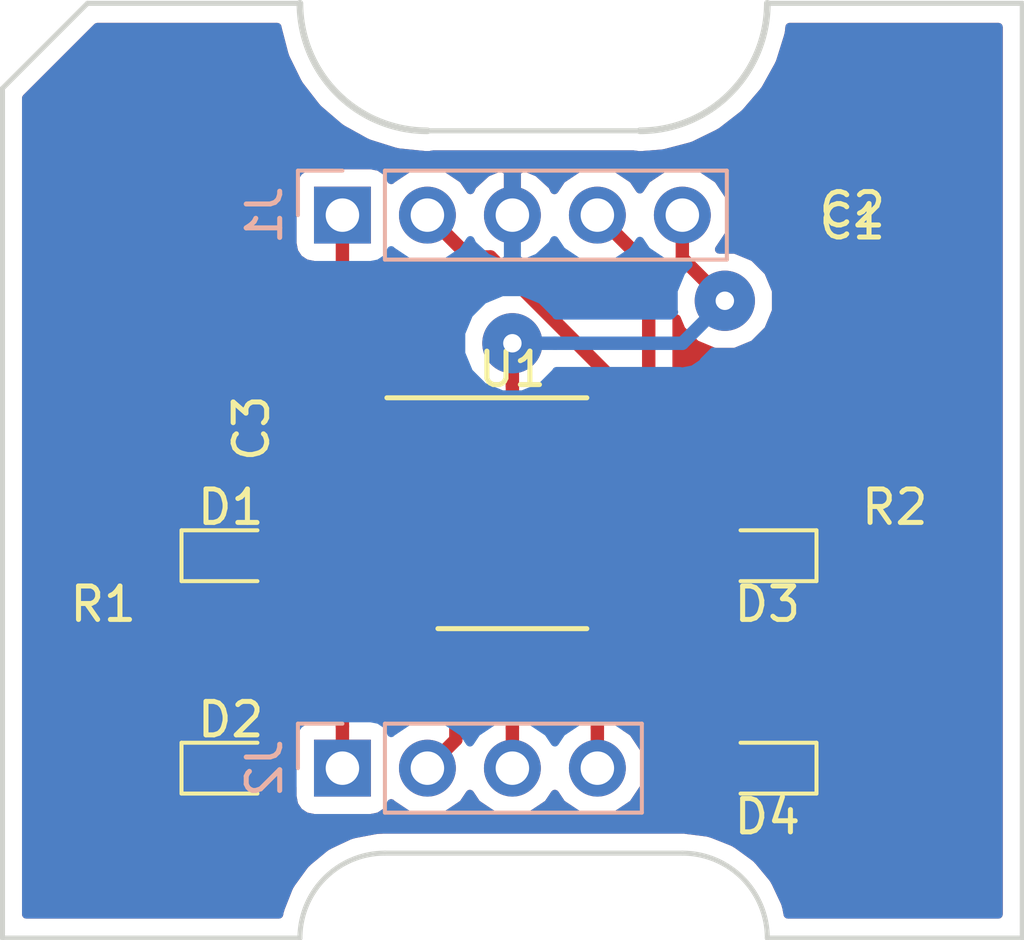
<source format=kicad_pcb>
(kicad_pcb (version 20171130) (host pcbnew "(5.0.0-rc2-dev-616-g2f5fdcf32)")

  (general
    (thickness 1.6)
    (drawings 14)
    (tracks 67)
    (zones 0)
    (modules 12)
    (nets 23)
  )

  (page A4)
  (layers
    (0 F.Cu signal)
    (31 B.Cu signal)
    (32 B.Adhes user)
    (33 F.Adhes user)
    (34 B.Paste user)
    (35 F.Paste user)
    (36 B.SilkS user)
    (37 F.SilkS user)
    (38 B.Mask user)
    (39 F.Mask user)
    (40 Dwgs.User user)
    (41 Cmts.User user)
    (42 Eco1.User user)
    (43 Eco2.User user)
    (44 Edge.Cuts user)
    (45 Margin user)
    (46 B.CrtYd user)
    (47 F.CrtYd user)
    (48 B.Fab user)
    (49 F.Fab user)
  )

  (setup
    (last_trace_width 0.4)
    (trace_clearance 0.2)
    (zone_clearance 0.508)
    (zone_45_only no)
    (trace_min 0.2)
    (segment_width 0.2)
    (edge_width 0.15)
    (via_size 1.8)
    (via_drill 0.55)
    (via_min_size 0.4)
    (via_min_drill 0.3)
    (uvia_size 0.3)
    (uvia_drill 0.1)
    (uvias_allowed no)
    (uvia_min_size 0.2)
    (uvia_min_drill 0.1)
    (pcb_text_width 0.3)
    (pcb_text_size 1.5 1.5)
    (mod_edge_width 0.15)
    (mod_text_size 1 1)
    (mod_text_width 0.15)
    (pad_size 1.524 1.524)
    (pad_drill 0.762)
    (pad_to_mask_clearance 0.2)
    (aux_axis_origin 0 0)
    (visible_elements FFFFFF7F)
    (pcbplotparams
      (layerselection 0x010fc_ffffffff)
      (usegerberextensions false)
      (usegerberattributes false)
      (usegerberadvancedattributes false)
      (creategerberjobfile false)
      (excludeedgelayer true)
      (linewidth 0.100000)
      (plotframeref false)
      (viasonmask false)
      (mode 1)
      (useauxorigin false)
      (hpglpennumber 1)
      (hpglpenspeed 20)
      (hpglpendiameter 15)
      (psnegative false)
      (psa4output false)
      (plotreference true)
      (plotvalue true)
      (plotinvisibletext false)
      (padsonsilk false)
      (subtractmaskfromsilk false)
      (outputformat 1)
      (mirror false)
      (drillshape 0)
      (scaleselection 1)
      (outputdirectory gerber/))
  )

  (net 0 "")
  (net 1 "Net-(U1-Pad1)")
  (net 2 VDD)
  (net 3 "Net-(U1-Pad3)")
  (net 4 GND)
  (net 5 "Net-(U1-Pad6)")
  (net 6 "Net-(U1-Pad17)")
  (net 7 "Net-(U1-Pad18)")
  (net 8 "Net-(C1-Pad1)")
  (net 9 "Net-(U1-Pad2)")
  (net 10 "Net-(D1-Pad1)")
  (net 11 "Net-(D1-Pad2)")
  (net 12 "Net-(D2-Pad2)")
  (net 13 "Net-(D4-Pad2)")
  (net 14 "Net-(D3-Pad2)")
  (net 15 "Net-(D3-Pad1)")
  (net 16 /nRST)
  (net 17 /SWDIO)
  (net 18 /SWCLK)
  (net 19 /Left)
  (net 20 /Down)
  (net 21 /Right)
  (net 22 /Up)

  (net_class Default "This is the default net class."
    (clearance 0.2)
    (trace_width 0.4)
    (via_dia 1.8)
    (via_drill 0.55)
    (uvia_dia 0.3)
    (uvia_drill 0.1)
    (add_net /Down)
    (add_net /Left)
    (add_net /Right)
    (add_net /SWCLK)
    (add_net /SWDIO)
    (add_net /Up)
    (add_net /nRST)
    (add_net GND)
    (add_net "Net-(C1-Pad1)")
    (add_net "Net-(D1-Pad1)")
    (add_net "Net-(D1-Pad2)")
    (add_net "Net-(D2-Pad2)")
    (add_net "Net-(D3-Pad1)")
    (add_net "Net-(D3-Pad2)")
    (add_net "Net-(D4-Pad2)")
    (add_net "Net-(U1-Pad1)")
    (add_net "Net-(U1-Pad17)")
    (add_net "Net-(U1-Pad18)")
    (add_net "Net-(U1-Pad2)")
    (add_net "Net-(U1-Pad3)")
    (add_net "Net-(U1-Pad6)")
    (add_net VDD)
  )

  (module LED_SMD:LED_0603_1608Metric_Pad0.82x1.00mm_HandSolder (layer F.Cu) (tedit 5AC5DB75) (tstamp 5AF3901E)
    (at 147.32 143.51 180)
    (descr "LED SMD 0603 (1608 Metric), square (rectangular) end terminal, IPC_7351 nominal, (Body size source: http://www.tortai-tech.com/upload/download/2011102023233369053.pdf), generated with kicad-footprint-generator")
    (tags "LED handsolder")
    (path /5AF3F488)
    (attr smd)
    (fp_text reference D3 (at 0 -1.45 180) (layer F.SilkS)
      (effects (font (size 1 1) (thickness 0.15)))
    )
    (fp_text value LED3 (at 0 1.45 180) (layer F.Fab)
      (effects (font (size 1 1) (thickness 0.15)))
    )
    (fp_line (start 0.8 -0.4) (end -0.5 -0.4) (layer F.Fab) (width 0.1))
    (fp_line (start -0.5 -0.4) (end -0.8 -0.1) (layer F.Fab) (width 0.1))
    (fp_line (start -0.8 -0.1) (end -0.8 0.4) (layer F.Fab) (width 0.1))
    (fp_line (start -0.8 0.4) (end 0.8 0.4) (layer F.Fab) (width 0.1))
    (fp_line (start 0.8 0.4) (end 0.8 -0.4) (layer F.Fab) (width 0.1))
    (fp_line (start 0.8 -0.76) (end -1.47 -0.76) (layer F.SilkS) (width 0.12))
    (fp_line (start -1.47 -0.76) (end -1.47 0.76) (layer F.SilkS) (width 0.12))
    (fp_line (start -1.47 0.76) (end 0.8 0.76) (layer F.SilkS) (width 0.12))
    (fp_line (start -1.46 0.75) (end -1.46 -0.75) (layer F.CrtYd) (width 0.05))
    (fp_line (start -1.46 -0.75) (end 1.46 -0.75) (layer F.CrtYd) (width 0.05))
    (fp_line (start 1.46 -0.75) (end 1.46 0.75) (layer F.CrtYd) (width 0.05))
    (fp_line (start 1.46 0.75) (end -1.46 0.75) (layer F.CrtYd) (width 0.05))
    (fp_text user %R (at 0 0 180) (layer F.Fab)
      (effects (font (size 0.4 0.4) (thickness 0.06)))
    )
    (pad 1 smd rect (at -0.8 0 180) (size 0.82 1) (layers F.Cu F.Paste F.Mask)
      (net 15 "Net-(D3-Pad1)"))
    (pad 2 smd rect (at 0.8 0 180) (size 0.82 1) (layers F.Cu F.Paste F.Mask)
      (net 14 "Net-(D3-Pad2)"))
    (model ${KISYS3DMOD}/LED_SMD.3dshapes/LED_0603_1608Metric.wrl
      (at (xyz 0 0 0))
      (scale (xyz 1 1 1))
      (rotate (xyz 0 0 0))
    )
  )

  (module LED_SMD:LED_0603_1608Metric_Pad0.82x1.00mm_HandSolder (layer F.Cu) (tedit 5AC5DB75) (tstamp 5AF3805C)
    (at 147.32 149.86 180)
    (descr "LED SMD 0603 (1608 Metric), square (rectangular) end terminal, IPC_7351 nominal, (Body size source: http://www.tortai-tech.com/upload/download/2011102023233369053.pdf), generated with kicad-footprint-generator")
    (tags "LED handsolder")
    (path /5AF3F537)
    (attr smd)
    (fp_text reference D4 (at 0 -1.45 180) (layer F.SilkS)
      (effects (font (size 1 1) (thickness 0.15)))
    )
    (fp_text value LED4 (at 0 1.45 180) (layer F.Fab)
      (effects (font (size 1 1) (thickness 0.15)))
    )
    (fp_text user %R (at 0 0 180) (layer F.Fab)
      (effects (font (size 0.4 0.4) (thickness 0.06)))
    )
    (fp_line (start 1.46 0.75) (end -1.46 0.75) (layer F.CrtYd) (width 0.05))
    (fp_line (start 1.46 -0.75) (end 1.46 0.75) (layer F.CrtYd) (width 0.05))
    (fp_line (start -1.46 -0.75) (end 1.46 -0.75) (layer F.CrtYd) (width 0.05))
    (fp_line (start -1.46 0.75) (end -1.46 -0.75) (layer F.CrtYd) (width 0.05))
    (fp_line (start -1.47 0.76) (end 0.8 0.76) (layer F.SilkS) (width 0.12))
    (fp_line (start -1.47 -0.76) (end -1.47 0.76) (layer F.SilkS) (width 0.12))
    (fp_line (start 0.8 -0.76) (end -1.47 -0.76) (layer F.SilkS) (width 0.12))
    (fp_line (start 0.8 0.4) (end 0.8 -0.4) (layer F.Fab) (width 0.1))
    (fp_line (start -0.8 0.4) (end 0.8 0.4) (layer F.Fab) (width 0.1))
    (fp_line (start -0.8 -0.1) (end -0.8 0.4) (layer F.Fab) (width 0.1))
    (fp_line (start -0.5 -0.4) (end -0.8 -0.1) (layer F.Fab) (width 0.1))
    (fp_line (start 0.8 -0.4) (end -0.5 -0.4) (layer F.Fab) (width 0.1))
    (pad 2 smd rect (at 0.8 0 180) (size 0.82 1) (layers F.Cu F.Paste F.Mask)
      (net 13 "Net-(D4-Pad2)"))
    (pad 1 smd rect (at -0.8 0 180) (size 0.82 1) (layers F.Cu F.Paste F.Mask)
      (net 15 "Net-(D3-Pad1)"))
    (model ${KISYS3DMOD}/LED_SMD.3dshapes/LED_0603_1608Metric.wrl
      (at (xyz 0 0 0))
      (scale (xyz 1 1 1))
      (rotate (xyz 0 0 0))
    )
  )

  (module LED_SMD:LED_0603_1608Metric_Pad0.82x1.00mm_HandSolder (layer F.Cu) (tedit 5AC5DB75) (tstamp 5AF38038)
    (at 131.28 149.86)
    (descr "LED SMD 0603 (1608 Metric), square (rectangular) end terminal, IPC_7351 nominal, (Body size source: http://www.tortai-tech.com/upload/download/2011102023233369053.pdf), generated with kicad-footprint-generator")
    (tags "LED handsolder")
    (path /5AF3F431)
    (attr smd)
    (fp_text reference D2 (at 0 -1.45) (layer F.SilkS)
      (effects (font (size 1 1) (thickness 0.15)))
    )
    (fp_text value LED2 (at 0 1.45) (layer F.Fab)
      (effects (font (size 1 1) (thickness 0.15)))
    )
    (fp_text user %R (at 0 0) (layer F.Fab)
      (effects (font (size 0.4 0.4) (thickness 0.06)))
    )
    (fp_line (start 1.46 0.75) (end -1.46 0.75) (layer F.CrtYd) (width 0.05))
    (fp_line (start 1.46 -0.75) (end 1.46 0.75) (layer F.CrtYd) (width 0.05))
    (fp_line (start -1.46 -0.75) (end 1.46 -0.75) (layer F.CrtYd) (width 0.05))
    (fp_line (start -1.46 0.75) (end -1.46 -0.75) (layer F.CrtYd) (width 0.05))
    (fp_line (start -1.47 0.76) (end 0.8 0.76) (layer F.SilkS) (width 0.12))
    (fp_line (start -1.47 -0.76) (end -1.47 0.76) (layer F.SilkS) (width 0.12))
    (fp_line (start 0.8 -0.76) (end -1.47 -0.76) (layer F.SilkS) (width 0.12))
    (fp_line (start 0.8 0.4) (end 0.8 -0.4) (layer F.Fab) (width 0.1))
    (fp_line (start -0.8 0.4) (end 0.8 0.4) (layer F.Fab) (width 0.1))
    (fp_line (start -0.8 -0.1) (end -0.8 0.4) (layer F.Fab) (width 0.1))
    (fp_line (start -0.5 -0.4) (end -0.8 -0.1) (layer F.Fab) (width 0.1))
    (fp_line (start 0.8 -0.4) (end -0.5 -0.4) (layer F.Fab) (width 0.1))
    (pad 2 smd rect (at 0.8 0) (size 0.82 1) (layers F.Cu F.Paste F.Mask)
      (net 12 "Net-(D2-Pad2)"))
    (pad 1 smd rect (at -0.8 0) (size 0.82 1) (layers F.Cu F.Paste F.Mask)
      (net 10 "Net-(D1-Pad1)"))
    (model ${KISYS3DMOD}/LED_SMD.3dshapes/LED_0603_1608Metric.wrl
      (at (xyz 0 0 0))
      (scale (xyz 1 1 1))
      (rotate (xyz 0 0 0))
    )
  )

  (module LED_SMD:LED_0603_1608Metric_Pad0.82x1.00mm_HandSolder (layer F.Cu) (tedit 5AC5DB75) (tstamp 5AF38026)
    (at 131.28 143.51)
    (descr "LED SMD 0603 (1608 Metric), square (rectangular) end terminal, IPC_7351 nominal, (Body size source: http://www.tortai-tech.com/upload/download/2011102023233369053.pdf), generated with kicad-footprint-generator")
    (tags "LED handsolder")
    (path /5AF3E706)
    (attr smd)
    (fp_text reference D1 (at 0 -1.45) (layer F.SilkS)
      (effects (font (size 1 1) (thickness 0.15)))
    )
    (fp_text value LED1 (at 0 1.45) (layer F.Fab)
      (effects (font (size 1 1) (thickness 0.15)))
    )
    (fp_line (start 0.8 -0.4) (end -0.5 -0.4) (layer F.Fab) (width 0.1))
    (fp_line (start -0.5 -0.4) (end -0.8 -0.1) (layer F.Fab) (width 0.1))
    (fp_line (start -0.8 -0.1) (end -0.8 0.4) (layer F.Fab) (width 0.1))
    (fp_line (start -0.8 0.4) (end 0.8 0.4) (layer F.Fab) (width 0.1))
    (fp_line (start 0.8 0.4) (end 0.8 -0.4) (layer F.Fab) (width 0.1))
    (fp_line (start 0.8 -0.76) (end -1.47 -0.76) (layer F.SilkS) (width 0.12))
    (fp_line (start -1.47 -0.76) (end -1.47 0.76) (layer F.SilkS) (width 0.12))
    (fp_line (start -1.47 0.76) (end 0.8 0.76) (layer F.SilkS) (width 0.12))
    (fp_line (start -1.46 0.75) (end -1.46 -0.75) (layer F.CrtYd) (width 0.05))
    (fp_line (start -1.46 -0.75) (end 1.46 -0.75) (layer F.CrtYd) (width 0.05))
    (fp_line (start 1.46 -0.75) (end 1.46 0.75) (layer F.CrtYd) (width 0.05))
    (fp_line (start 1.46 0.75) (end -1.46 0.75) (layer F.CrtYd) (width 0.05))
    (fp_text user %R (at 0 0) (layer F.Fab)
      (effects (font (size 0.4 0.4) (thickness 0.06)))
    )
    (pad 1 smd rect (at -0.8 0) (size 0.82 1) (layers F.Cu F.Paste F.Mask)
      (net 10 "Net-(D1-Pad1)"))
    (pad 2 smd rect (at 0.8 0) (size 0.82 1) (layers F.Cu F.Paste F.Mask)
      (net 11 "Net-(D1-Pad2)"))
    (model ${KISYS3DMOD}/LED_SMD.3dshapes/LED_0603_1608Metric.wrl
      (at (xyz 0 0 0))
      (scale (xyz 1 1 1))
      (rotate (xyz 0 0 0))
    )
  )

  (module Resistor_SMD:R_0603_1608Metric_Pad0.99x1.00mm_HandSolder (layer F.Cu) (tedit 5AC5DB74) (tstamp 5AF37FD2)
    (at 151.13 143.51)
    (descr "Resistor SMD 0603 (1608 Metric), square (rectangular) end terminal, IPC_7351 nominal with elongated pad for handsoldering. (Body size source: http://www.tortai-tech.com/upload/download/2011102023233369053.pdf), generated with kicad-footprint-generator")
    (tags "resistor handsolder")
    (path /5AF42836)
    (attr smd)
    (fp_text reference R2 (at 0 -1.45) (layer F.SilkS)
      (effects (font (size 1 1) (thickness 0.15)))
    )
    (fp_text value 100 (at 0 1.45) (layer F.Fab)
      (effects (font (size 1 1) (thickness 0.15)))
    )
    (fp_text user %R (at 0 0) (layer F.Fab)
      (effects (font (size 0.4 0.4) (thickness 0.06)))
    )
    (fp_line (start 1.64 0.75) (end -1.64 0.75) (layer F.CrtYd) (width 0.05))
    (fp_line (start 1.64 -0.75) (end 1.64 0.75) (layer F.CrtYd) (width 0.05))
    (fp_line (start -1.64 -0.75) (end 1.64 -0.75) (layer F.CrtYd) (width 0.05))
    (fp_line (start -1.64 0.75) (end -1.64 -0.75) (layer F.CrtYd) (width 0.05))
    (fp_line (start 0.8 0.4) (end -0.8 0.4) (layer F.Fab) (width 0.1))
    (fp_line (start 0.8 -0.4) (end 0.8 0.4) (layer F.Fab) (width 0.1))
    (fp_line (start -0.8 -0.4) (end 0.8 -0.4) (layer F.Fab) (width 0.1))
    (fp_line (start -0.8 0.4) (end -0.8 -0.4) (layer F.Fab) (width 0.1))
    (pad 2 smd rect (at 0.8875 0) (size 0.995 1) (layers F.Cu F.Paste F.Mask)
      (net 4 GND))
    (pad 1 smd rect (at -0.8875 0) (size 0.995 1) (layers F.Cu F.Paste F.Mask)
      (net 15 "Net-(D3-Pad1)"))
    (model ${KISYS3DMOD}/Resistor_SMD.3dshapes/R_0603_1608Metric.wrl
      (at (xyz 0 0 0))
      (scale (xyz 1 1 1))
      (rotate (xyz 0 0 0))
    )
  )

  (module Resistor_SMD:R_0603_1608Metric_Pad0.99x1.00mm_HandSolder (layer F.Cu) (tedit 5AC5DB74) (tstamp 5AF37FC4)
    (at 127.47 143.51 180)
    (descr "Resistor SMD 0603 (1608 Metric), square (rectangular) end terminal, IPC_7351 nominal with elongated pad for handsoldering. (Body size source: http://www.tortai-tech.com/upload/download/2011102023233369053.pdf), generated with kicad-footprint-generator")
    (tags "resistor handsolder")
    (path /5AF4308B)
    (attr smd)
    (fp_text reference R1 (at 0 -1.45 180) (layer F.SilkS)
      (effects (font (size 1 1) (thickness 0.15)))
    )
    (fp_text value 100 (at 0 1.45 180) (layer F.Fab)
      (effects (font (size 1 1) (thickness 0.15)))
    )
    (fp_line (start -0.8 0.4) (end -0.8 -0.4) (layer F.Fab) (width 0.1))
    (fp_line (start -0.8 -0.4) (end 0.8 -0.4) (layer F.Fab) (width 0.1))
    (fp_line (start 0.8 -0.4) (end 0.8 0.4) (layer F.Fab) (width 0.1))
    (fp_line (start 0.8 0.4) (end -0.8 0.4) (layer F.Fab) (width 0.1))
    (fp_line (start -1.64 0.75) (end -1.64 -0.75) (layer F.CrtYd) (width 0.05))
    (fp_line (start -1.64 -0.75) (end 1.64 -0.75) (layer F.CrtYd) (width 0.05))
    (fp_line (start 1.64 -0.75) (end 1.64 0.75) (layer F.CrtYd) (width 0.05))
    (fp_line (start 1.64 0.75) (end -1.64 0.75) (layer F.CrtYd) (width 0.05))
    (fp_text user %R (at 0 0 180) (layer F.Fab)
      (effects (font (size 0.4 0.4) (thickness 0.06)))
    )
    (pad 1 smd rect (at -0.8875 0 180) (size 0.995 1) (layers F.Cu F.Paste F.Mask)
      (net 10 "Net-(D1-Pad1)"))
    (pad 2 smd rect (at 0.8875 0 180) (size 0.995 1) (layers F.Cu F.Paste F.Mask)
      (net 4 GND))
    (model ${KISYS3DMOD}/Resistor_SMD.3dshapes/R_0603_1608Metric.wrl
      (at (xyz 0 0 0))
      (scale (xyz 1 1 1))
      (rotate (xyz 0 0 0))
    )
  )

  (module Capacitor_SMD:C_0603_1608Metric_Pad0.99x1.00mm_HandSolder (layer F.Cu) (tedit 5AC5DB74) (tstamp 5AF7F7B4)
    (at 133.35 139.7 90)
    (descr "Capacitor SMD 0603 (1608 Metric), square (rectangular) end terminal, IPC_7351 nominal with elongated pad for handsoldering. (Body size source: http://www.tortai-tech.com/upload/download/2011102023233369053.pdf), generated with kicad-footprint-generator")
    (tags "capacitor handsolder")
    (path /5AF03E07)
    (attr smd)
    (fp_text reference C3 (at 0 -1.45 90) (layer F.SilkS)
      (effects (font (size 1 1) (thickness 0.15)))
    )
    (fp_text value 10nF (at 0 1.45 90) (layer F.Fab)
      (effects (font (size 1 1) (thickness 0.15)))
    )
    (fp_line (start -0.8 0.4) (end -0.8 -0.4) (layer F.Fab) (width 0.1))
    (fp_line (start -0.8 -0.4) (end 0.8 -0.4) (layer F.Fab) (width 0.1))
    (fp_line (start 0.8 -0.4) (end 0.8 0.4) (layer F.Fab) (width 0.1))
    (fp_line (start 0.8 0.4) (end -0.8 0.4) (layer F.Fab) (width 0.1))
    (fp_line (start -1.64 0.75) (end -1.64 -0.75) (layer F.CrtYd) (width 0.05))
    (fp_line (start -1.64 -0.75) (end 1.64 -0.75) (layer F.CrtYd) (width 0.05))
    (fp_line (start 1.64 -0.75) (end 1.64 0.75) (layer F.CrtYd) (width 0.05))
    (fp_line (start 1.64 0.75) (end -1.64 0.75) (layer F.CrtYd) (width 0.05))
    (fp_text user %R (at 0 0 90) (layer F.Fab)
      (effects (font (size 0.4 0.4) (thickness 0.06)))
    )
    (pad 1 smd rect (at -0.8875 0 90) (size 0.995 1) (layers F.Cu F.Paste F.Mask)
      (net 4 GND))
    (pad 2 smd rect (at 0.8875 0 90) (size 0.995 1) (layers F.Cu F.Paste F.Mask)
      (net 2 VDD))
    (model ${KISYS3DMOD}/Capacitor_SMD.3dshapes/C_0603_1608Metric.wrl
      (at (xyz 0 0 0))
      (scale (xyz 1 1 1))
      (rotate (xyz 0 0 0))
    )
  )

  (module Capacitor_SMD:C_0603_1608Metric_Pad0.99x1.00mm_HandSolder (layer F.Cu) (tedit 5AC5DB74) (tstamp 5AF7E97B)
    (at 149.86 134.62)
    (descr "Capacitor SMD 0603 (1608 Metric), square (rectangular) end terminal, IPC_7351 nominal with elongated pad for handsoldering. (Body size source: http://www.tortai-tech.com/upload/download/2011102023233369053.pdf), generated with kicad-footprint-generator")
    (tags "capacitor handsolder")
    (path /5AF03B4F)
    (attr smd)
    (fp_text reference C2 (at 0 -1.45) (layer F.SilkS)
      (effects (font (size 1 1) (thickness 0.15)))
    )
    (fp_text value 100nF (at 0 1.45) (layer F.Fab)
      (effects (font (size 1 1) (thickness 0.15)))
    )
    (fp_text user %R (at 0 0) (layer F.Fab)
      (effects (font (size 0.4 0.4) (thickness 0.06)))
    )
    (fp_line (start 1.64 0.75) (end -1.64 0.75) (layer F.CrtYd) (width 0.05))
    (fp_line (start 1.64 -0.75) (end 1.64 0.75) (layer F.CrtYd) (width 0.05))
    (fp_line (start -1.64 -0.75) (end 1.64 -0.75) (layer F.CrtYd) (width 0.05))
    (fp_line (start -1.64 0.75) (end -1.64 -0.75) (layer F.CrtYd) (width 0.05))
    (fp_line (start 0.8 0.4) (end -0.8 0.4) (layer F.Fab) (width 0.1))
    (fp_line (start 0.8 -0.4) (end 0.8 0.4) (layer F.Fab) (width 0.1))
    (fp_line (start -0.8 -0.4) (end 0.8 -0.4) (layer F.Fab) (width 0.1))
    (fp_line (start -0.8 0.4) (end -0.8 -0.4) (layer F.Fab) (width 0.1))
    (pad 2 smd rect (at 0.8875 0) (size 0.995 1) (layers F.Cu F.Paste F.Mask)
      (net 8 "Net-(C1-Pad1)"))
    (pad 1 smd rect (at -0.8875 0) (size 0.995 1) (layers F.Cu F.Paste F.Mask)
      (net 2 VDD))
    (model ${KISYS3DMOD}/Capacitor_SMD.3dshapes/C_0603_1608Metric.wrl
      (at (xyz 0 0 0))
      (scale (xyz 1 1 1))
      (rotate (xyz 0 0 0))
    )
  )

  (module Capacitor_SMD:C_0603_1608Metric_Pad0.99x1.00mm_HandSolder (layer F.Cu) (tedit 5AC5DB74) (tstamp 5AF7F852)
    (at 149.86 132.08 180)
    (descr "Capacitor SMD 0603 (1608 Metric), square (rectangular) end terminal, IPC_7351 nominal with elongated pad for handsoldering. (Body size source: http://www.tortai-tech.com/upload/download/2011102023233369053.pdf), generated with kicad-footprint-generator")
    (tags "capacitor handsolder")
    (path /5AF03BE4)
    (attr smd)
    (fp_text reference C1 (at 0 -1.45 180) (layer F.SilkS)
      (effects (font (size 1 1) (thickness 0.15)))
    )
    (fp_text value 100nF (at 0 1.45 180) (layer F.Fab)
      (effects (font (size 1 1) (thickness 0.15)))
    )
    (fp_line (start -0.8 0.4) (end -0.8 -0.4) (layer F.Fab) (width 0.1))
    (fp_line (start -0.8 -0.4) (end 0.8 -0.4) (layer F.Fab) (width 0.1))
    (fp_line (start 0.8 -0.4) (end 0.8 0.4) (layer F.Fab) (width 0.1))
    (fp_line (start 0.8 0.4) (end -0.8 0.4) (layer F.Fab) (width 0.1))
    (fp_line (start -1.64 0.75) (end -1.64 -0.75) (layer F.CrtYd) (width 0.05))
    (fp_line (start -1.64 -0.75) (end 1.64 -0.75) (layer F.CrtYd) (width 0.05))
    (fp_line (start 1.64 -0.75) (end 1.64 0.75) (layer F.CrtYd) (width 0.05))
    (fp_line (start 1.64 0.75) (end -1.64 0.75) (layer F.CrtYd) (width 0.05))
    (fp_text user %R (at 0 0 180) (layer F.Fab)
      (effects (font (size 0.4 0.4) (thickness 0.06)))
    )
    (pad 1 smd rect (at -0.8875 0 180) (size 0.995 1) (layers F.Cu F.Paste F.Mask)
      (net 8 "Net-(C1-Pad1)"))
    (pad 2 smd rect (at 0.8875 0 180) (size 0.995 1) (layers F.Cu F.Paste F.Mask)
      (net 4 GND))
    (model ${KISYS3DMOD}/Capacitor_SMD.3dshapes/C_0603_1608Metric.wrl
      (at (xyz 0 0 0))
      (scale (xyz 1 1 1))
      (rotate (xyz 0 0 0))
    )
  )

  (module Connector_PinHeader_2.54mm:PinHeader_1x04_P2.54mm_Vertical (layer B.Cu) (tedit 59FED5CC) (tstamp 5AF7E9AE)
    (at 134.62 149.86 270)
    (descr "Through hole straight pin header, 1x04, 2.54mm pitch, single row")
    (tags "Through hole pin header THT 1x04 2.54mm single row")
    (path /5AF32062)
    (fp_text reference J2 (at 0 2.33 270) (layer B.SilkS)
      (effects (font (size 1 1) (thickness 0.15)) (justify mirror))
    )
    (fp_text value PicoTalk (at 0 -9.95 270) (layer B.Fab)
      (effects (font (size 1 1) (thickness 0.15)) (justify mirror))
    )
    (fp_line (start -0.635 1.27) (end 1.27 1.27) (layer B.Fab) (width 0.1))
    (fp_line (start 1.27 1.27) (end 1.27 -8.89) (layer B.Fab) (width 0.1))
    (fp_line (start 1.27 -8.89) (end -1.27 -8.89) (layer B.Fab) (width 0.1))
    (fp_line (start -1.27 -8.89) (end -1.27 0.635) (layer B.Fab) (width 0.1))
    (fp_line (start -1.27 0.635) (end -0.635 1.27) (layer B.Fab) (width 0.1))
    (fp_line (start -1.33 -8.95) (end 1.33 -8.95) (layer B.SilkS) (width 0.12))
    (fp_line (start -1.33 -1.27) (end -1.33 -8.95) (layer B.SilkS) (width 0.12))
    (fp_line (start 1.33 -1.27) (end 1.33 -8.95) (layer B.SilkS) (width 0.12))
    (fp_line (start -1.33 -1.27) (end 1.33 -1.27) (layer B.SilkS) (width 0.12))
    (fp_line (start -1.33 0) (end -1.33 1.33) (layer B.SilkS) (width 0.12))
    (fp_line (start -1.33 1.33) (end 0 1.33) (layer B.SilkS) (width 0.12))
    (fp_line (start -1.8 1.8) (end -1.8 -9.4) (layer B.CrtYd) (width 0.05))
    (fp_line (start -1.8 -9.4) (end 1.8 -9.4) (layer B.CrtYd) (width 0.05))
    (fp_line (start 1.8 -9.4) (end 1.8 1.8) (layer B.CrtYd) (width 0.05))
    (fp_line (start 1.8 1.8) (end -1.8 1.8) (layer B.CrtYd) (width 0.05))
    (fp_text user %R (at 0 -3.81 180) (layer B.Fab)
      (effects (font (size 1 1) (thickness 0.15)) (justify mirror))
    )
    (pad 1 thru_hole rect (at 0 0 270) (size 1.7 1.7) (drill 1) (layers *.Cu *.Mask)
      (net 20 /Down))
    (pad 2 thru_hole oval (at 0 -2.54 270) (size 1.7 1.7) (drill 1) (layers *.Cu *.Mask)
      (net 19 /Left))
    (pad 3 thru_hole oval (at 0 -5.08 270) (size 1.7 1.7) (drill 1) (layers *.Cu *.Mask)
      (net 22 /Up))
    (pad 4 thru_hole oval (at 0 -7.62 270) (size 1.7 1.7) (drill 1) (layers *.Cu *.Mask)
      (net 21 /Right))
    (model ${KISYS3DMOD}/Connector_PinHeader_2.54mm.3dshapes/PinHeader_1x04_P2.54mm_Vertical.wrl
      (at (xyz 0 0 0))
      (scale (xyz 1 1 1))
      (rotate (xyz 0 0 0))
    )
  )

  (module Connector_PinHeader_2.54mm:PinHeader_1x05_P2.54mm_Vertical (layer B.Cu) (tedit 59FED5CC) (tstamp 5AF7E913)
    (at 134.62 133.33 270)
    (descr "Through hole straight pin header, 1x05, 2.54mm pitch, single row")
    (tags "Through hole pin header THT 1x05 2.54mm single row")
    (path /5AF31E07)
    (fp_text reference J1 (at 0 2.33 270) (layer B.SilkS)
      (effects (font (size 1 1) (thickness 0.15)) (justify mirror))
    )
    (fp_text value STM32_SWD (at 0 -12.49 270) (layer B.Fab)
      (effects (font (size 1 1) (thickness 0.15)) (justify mirror))
    )
    (fp_line (start -0.635 1.27) (end 1.27 1.27) (layer B.Fab) (width 0.1))
    (fp_line (start 1.27 1.27) (end 1.27 -11.43) (layer B.Fab) (width 0.1))
    (fp_line (start 1.27 -11.43) (end -1.27 -11.43) (layer B.Fab) (width 0.1))
    (fp_line (start -1.27 -11.43) (end -1.27 0.635) (layer B.Fab) (width 0.1))
    (fp_line (start -1.27 0.635) (end -0.635 1.27) (layer B.Fab) (width 0.1))
    (fp_line (start -1.33 -11.49) (end 1.33 -11.49) (layer B.SilkS) (width 0.12))
    (fp_line (start -1.33 -1.27) (end -1.33 -11.49) (layer B.SilkS) (width 0.12))
    (fp_line (start 1.33 -1.27) (end 1.33 -11.49) (layer B.SilkS) (width 0.12))
    (fp_line (start -1.33 -1.27) (end 1.33 -1.27) (layer B.SilkS) (width 0.12))
    (fp_line (start -1.33 0) (end -1.33 1.33) (layer B.SilkS) (width 0.12))
    (fp_line (start -1.33 1.33) (end 0 1.33) (layer B.SilkS) (width 0.12))
    (fp_line (start -1.8 1.8) (end -1.8 -11.95) (layer B.CrtYd) (width 0.05))
    (fp_line (start -1.8 -11.95) (end 1.8 -11.95) (layer B.CrtYd) (width 0.05))
    (fp_line (start 1.8 -11.95) (end 1.8 1.8) (layer B.CrtYd) (width 0.05))
    (fp_line (start 1.8 1.8) (end -1.8 1.8) (layer B.CrtYd) (width 0.05))
    (fp_text user %R (at 0 -5.08 180) (layer B.Fab)
      (effects (font (size 1 1) (thickness 0.15)) (justify mirror))
    )
    (pad 1 thru_hole rect (at 0 0 270) (size 1.7 1.7) (drill 1) (layers *.Cu *.Mask)
      (net 2 VDD))
    (pad 2 thru_hole oval (at 0 -2.54 270) (size 1.7 1.7) (drill 1) (layers *.Cu *.Mask)
      (net 18 /SWCLK))
    (pad 3 thru_hole oval (at 0 -5.08 270) (size 1.7 1.7) (drill 1) (layers *.Cu *.Mask)
      (net 4 GND))
    (pad 4 thru_hole oval (at 0 -7.62 270) (size 1.7 1.7) (drill 1) (layers *.Cu *.Mask)
      (net 17 /SWDIO))
    (pad 5 thru_hole oval (at 0 -10.16 270) (size 1.7 1.7) (drill 1) (layers *.Cu *.Mask)
      (net 16 /nRST))
    (model ${KISYS3DMOD}/Connector_PinHeader_2.54mm.3dshapes/PinHeader_1x05_P2.54mm_Vertical.wrl
      (at (xyz 0 0 0))
      (scale (xyz 1 1 1))
      (rotate (xyz 0 0 0))
    )
  )

  (module Package_SO:TSSOP-20_4.4x6.5mm_P0.65mm (layer F.Cu) (tedit 5A02F25C) (tstamp 5AF7E9FF)
    (at 139.7 142.24)
    (descr "20-Lead Plastic Thin Shrink Small Outline (ST)-4.4 mm Body [TSSOP] (see Microchip Packaging Specification 00000049BS.pdf)")
    (tags "SSOP 0.65")
    (path /5AF03934)
    (attr smd)
    (fp_text reference U1 (at 0 -4.3) (layer F.SilkS)
      (effects (font (size 1 1) (thickness 0.15)))
    )
    (fp_text value STM32F030F4Px (at 0 4.3) (layer F.Fab)
      (effects (font (size 1 1) (thickness 0.15)))
    )
    (fp_line (start -1.2 -3.25) (end 2.2 -3.25) (layer F.Fab) (width 0.15))
    (fp_line (start 2.2 -3.25) (end 2.2 3.25) (layer F.Fab) (width 0.15))
    (fp_line (start 2.2 3.25) (end -2.2 3.25) (layer F.Fab) (width 0.15))
    (fp_line (start -2.2 3.25) (end -2.2 -2.25) (layer F.Fab) (width 0.15))
    (fp_line (start -2.2 -2.25) (end -1.2 -3.25) (layer F.Fab) (width 0.15))
    (fp_line (start -3.95 -3.55) (end -3.95 3.55) (layer F.CrtYd) (width 0.05))
    (fp_line (start 3.95 -3.55) (end 3.95 3.55) (layer F.CrtYd) (width 0.05))
    (fp_line (start -3.95 -3.55) (end 3.95 -3.55) (layer F.CrtYd) (width 0.05))
    (fp_line (start -3.95 3.55) (end 3.95 3.55) (layer F.CrtYd) (width 0.05))
    (fp_line (start -2.225 3.45) (end 2.225 3.45) (layer F.SilkS) (width 0.15))
    (fp_line (start -3.75 -3.45) (end 2.225 -3.45) (layer F.SilkS) (width 0.15))
    (fp_text user %R (at 0 0) (layer F.Fab)
      (effects (font (size 0.8 0.8) (thickness 0.15)))
    )
    (pad 1 smd rect (at -2.95 -2.925) (size 1.45 0.45) (layers F.Cu F.Paste F.Mask)
      (net 1 "Net-(U1-Pad1)"))
    (pad 2 smd rect (at -2.95 -2.275) (size 1.45 0.45) (layers F.Cu F.Paste F.Mask)
      (net 9 "Net-(U1-Pad2)"))
    (pad 3 smd rect (at -2.95 -1.625) (size 1.45 0.45) (layers F.Cu F.Paste F.Mask)
      (net 3 "Net-(U1-Pad3)"))
    (pad 4 smd rect (at -2.95 -0.975) (size 1.45 0.45) (layers F.Cu F.Paste F.Mask)
      (net 16 /nRST))
    (pad 5 smd rect (at -2.95 -0.325) (size 1.45 0.45) (layers F.Cu F.Paste F.Mask)
      (net 2 VDD))
    (pad 6 smd rect (at -2.95 0.325) (size 1.45 0.45) (layers F.Cu F.Paste F.Mask)
      (net 5 "Net-(U1-Pad6)"))
    (pad 7 smd rect (at -2.95 0.975) (size 1.45 0.45) (layers F.Cu F.Paste F.Mask)
      (net 19 /Left))
    (pad 8 smd rect (at -2.95 1.625) (size 1.45 0.45) (layers F.Cu F.Paste F.Mask)
      (net 11 "Net-(D1-Pad2)"))
    (pad 9 smd rect (at -2.95 2.275) (size 1.45 0.45) (layers F.Cu F.Paste F.Mask)
      (net 12 "Net-(D2-Pad2)"))
    (pad 10 smd rect (at -2.95 2.925) (size 1.45 0.45) (layers F.Cu F.Paste F.Mask)
      (net 20 /Down))
    (pad 11 smd rect (at 2.95 2.925) (size 1.45 0.45) (layers F.Cu F.Paste F.Mask)
      (net 21 /Right))
    (pad 12 smd rect (at 2.95 2.275) (size 1.45 0.45) (layers F.Cu F.Paste F.Mask)
      (net 13 "Net-(D4-Pad2)"))
    (pad 13 smd rect (at 2.95 1.625) (size 1.45 0.45) (layers F.Cu F.Paste F.Mask)
      (net 14 "Net-(D3-Pad2)"))
    (pad 14 smd rect (at 2.95 0.975) (size 1.45 0.45) (layers F.Cu F.Paste F.Mask)
      (net 22 /Up))
    (pad 15 smd rect (at 2.95 0.325) (size 1.45 0.45) (layers F.Cu F.Paste F.Mask)
      (net 4 GND))
    (pad 16 smd rect (at 2.95 -0.325) (size 1.45 0.45) (layers F.Cu F.Paste F.Mask)
      (net 2 VDD))
    (pad 17 smd rect (at 2.95 -0.975) (size 1.45 0.45) (layers F.Cu F.Paste F.Mask)
      (net 6 "Net-(U1-Pad17)"))
    (pad 18 smd rect (at 2.95 -1.625) (size 1.45 0.45) (layers F.Cu F.Paste F.Mask)
      (net 7 "Net-(U1-Pad18)"))
    (pad 19 smd rect (at 2.95 -2.275) (size 1.45 0.45) (layers F.Cu F.Paste F.Mask)
      (net 17 /SWDIO))
    (pad 20 smd rect (at 2.95 -2.925) (size 1.45 0.45) (layers F.Cu F.Paste F.Mask)
      (net 18 /SWCLK))
    (model ${KISYS3DMOD}/Package_SO.3dshapes/TSSOP-20_4.4x6.5mm_P0.65mm.wrl
      (at (xyz 0 0 0))
      (scale (xyz 1 1 1))
      (rotate (xyz 0 0 0))
    )
  )

  (gr_text "Pico\nNode\nLED" (at 125.73 133.35) (layer F.Adhes)
    (effects (font (size 1.5 1.5) (thickness 0.3)) (justify left))
  )
  (gr_line (start 133.35 154.94) (end 124.46 154.94) (layer Edge.Cuts) (width 0.15) (tstamp 5AF8CEA8))
  (gr_line (start 135.89 152.4) (end 144.78 152.4) (layer Edge.Cuts) (width 0.15))
  (gr_arc (start 144.78 154.94) (end 147.32 154.94) (angle -90) (layer Edge.Cuts) (width 0.15))
  (gr_arc (start 135.89 154.94) (end 135.89 152.4) (angle -90) (layer Edge.Cuts) (width 0.15))
  (gr_line (start 147.32 127) (end 154.94 127) (layer Edge.Cuts) (width 0.15) (tstamp 5AF8CE87))
  (gr_line (start 137.16 130.81) (end 143.51 130.81) (layer Edge.Cuts) (width 0.15))
  (gr_arc (start 143.51 127) (end 143.51 130.81) (angle -90) (layer Edge.Cuts) (width 0.2))
  (gr_arc (start 137.16 127) (end 133.35 127) (angle -90) (layer Edge.Cuts) (width 0.2))
  (gr_line (start 124.46 129.54) (end 127 127) (layer Edge.Cuts) (width 0.15))
  (gr_line (start 124.46 154.94) (end 124.46 129.54) (layer Edge.Cuts) (width 0.15))
  (gr_line (start 154.94 154.94) (end 147.32 154.94) (layer Edge.Cuts) (width 0.15))
  (gr_line (start 154.94 127) (end 154.94 154.94) (layer Edge.Cuts) (width 0.15))
  (gr_line (start 127 127) (end 133.35 127) (layer Edge.Cuts) (width 0.15))

  (segment (start 133.35 138.8125) (end 133.3525 138.8125) (width 0.4) (layer F.Cu) (net 2))
  (segment (start 143.775 141.915) (end 142.65 141.915) (width 0.4) (layer F.Cu) (net 2))
  (segment (start 148.9725 136.7175) (end 143.775 141.915) (width 0.4) (layer F.Cu) (net 2))
  (segment (start 148.9725 134.62) (end 148.9725 136.7175) (width 0.4) (layer F.Cu) (net 2))
  (segment (start 136.75 141.915) (end 142.65 141.915) (width 0.4) (layer F.Cu) (net 2))
  (segment (start 134.62 139.7) (end 134.62 141.915) (width 0.4) (layer F.Cu) (net 2))
  (segment (start 133.35 138.8125) (end 133.7325 138.8125) (width 0.4) (layer F.Cu) (net 2))
  (segment (start 134.62 141.915) (end 136.75 141.915) (width 0.4) (layer F.Cu) (net 2))
  (segment (start 133.7325 138.8125) (end 134.62 139.7) (width 0.4) (layer F.Cu) (net 2))
  (segment (start 133.3525 138.8125) (end 134.62 137.545) (width 0.4) (layer F.Cu) (net 2))
  (segment (start 134.62 137.545) (end 134.62 133.33) (width 0.4) (layer F.Cu) (net 2))
  (segment (start 148.9725 132.08) (end 148.9725 132.0775) (width 0.4) (layer F.Cu) (net 4))
  (segment (start 142.65 142.565) (end 144.455 142.565) (width 0.4) (layer F.Cu) (net 4))
  (segment (start 142.65 138.69) (end 142.65 139.315) (width 0.4) (layer F.Cu) (net 18))
  (segment (start 139.044003 134.580001) (end 142.65 138.185998) (width 0.4) (layer F.Cu) (net 18))
  (segment (start 142.65 138.185998) (end 142.65 138.69) (width 0.4) (layer F.Cu) (net 18))
  (segment (start 138.410001 134.580001) (end 139.044003 134.580001) (width 0.4) (layer F.Cu) (net 18))
  (segment (start 137.16 133.33) (end 138.410001 134.580001) (width 0.4) (layer F.Cu) (net 18))
  (segment (start 150.7475 132.08) (end 150.7475 134.62) (width 0.4) (layer F.Cu) (net 8))
  (segment (start 142.24 148.657919) (end 142.24 149.86) (width 0.4) (layer F.Cu) (net 21))
  (segment (start 142.24 145.55) (end 142.24 148.657919) (width 0.4) (layer F.Cu) (net 21))
  (segment (start 142.625 145.165) (end 142.24 145.55) (width 0.4) (layer F.Cu) (net 21))
  (segment (start 142.65 145.165) (end 142.625 145.165) (width 0.4) (layer F.Cu) (net 21))
  (segment (start 139.7 148.657919) (end 139.7 149.86) (width 0.4) (layer F.Cu) (net 22))
  (segment (start 139.7 145.04) (end 139.7 148.657919) (width 0.4) (layer F.Cu) (net 22))
  (segment (start 141.525 143.215) (end 139.7 145.04) (width 0.4) (layer F.Cu) (net 22))
  (segment (start 142.65 143.215) (end 141.525 143.215) (width 0.4) (layer F.Cu) (net 22))
  (segment (start 136.75 141.265) (end 137.875 141.265) (width 0.4) (layer F.Cu) (net 16))
  (segment (start 140.972792 137.16) (end 139.7 137.16) (width 0.4) (layer B.Cu) (net 16))
  (segment (start 137.875 141.265) (end 139.7 139.44) (width 0.4) (layer F.Cu) (net 16))
  (segment (start 139.7 138.432792) (end 139.7 137.16) (width 0.4) (layer F.Cu) (net 16))
  (via (at 139.7 137.16) (size 1.8) (drill 0.55) (layers F.Cu B.Cu) (net 16))
  (via (at 146.05 135.89) (size 1.8) (drill 0.55) (layers F.Cu B.Cu) (net 16))
  (segment (start 144.78 137.16) (end 140.972792 137.16) (width 0.4) (layer B.Cu) (net 16))
  (segment (start 139.7 139.44) (end 139.7 138.432792) (width 0.4) (layer F.Cu) (net 16))
  (segment (start 146.05 135.89) (end 144.78 137.16) (width 0.4) (layer B.Cu) (net 16))
  (segment (start 144.78 134.62) (end 146.05 135.89) (width 0.4) (layer F.Cu) (net 16))
  (segment (start 144.78 133.33) (end 144.78 134.62) (width 0.4) (layer F.Cu) (net 16))
  (segment (start 134.62 148.61) (end 134.62 149.86) (width 0.4) (layer F.Cu) (net 20))
  (segment (start 134.62 146.795) (end 134.62 148.61) (width 0.4) (layer F.Cu) (net 20))
  (segment (start 136.25 145.165) (end 134.62 146.795) (width 0.4) (layer F.Cu) (net 20))
  (segment (start 136.75 145.165) (end 136.25 145.165) (width 0.4) (layer F.Cu) (net 20))
  (segment (start 138.009999 149.010001) (end 137.16 149.86) (width 0.4) (layer F.Cu) (net 19))
  (segment (start 138.009999 143.349999) (end 138.009999 149.010001) (width 0.4) (layer F.Cu) (net 19))
  (segment (start 137.875001 143.215001) (end 138.009999 143.349999) (width 0.4) (layer F.Cu) (net 19))
  (segment (start 136.75 143.215) (end 137.875001 143.215001) (width 0.4) (layer F.Cu) (net 19))
  (segment (start 143.775 139.965) (end 142.65 139.965) (width 0.4) (layer F.Cu) (net 17))
  (segment (start 143.775001 134.865001) (end 143.775 139.965) (width 0.4) (layer F.Cu) (net 17))
  (segment (start 142.24 133.33) (end 143.775001 134.865001) (width 0.4) (layer F.Cu) (net 17))
  (segment (start 130.48 143.51) (end 130.48 149.86) (width 0.4) (layer F.Cu) (net 10))
  (segment (start 128.27 143.51) (end 130.48 143.51) (width 0.4) (layer F.Cu) (net 10))
  (segment (start 133.245 143.865) (end 135.625 143.865) (width 0.4) (layer F.Cu) (net 11))
  (segment (start 135.625 143.865) (end 136.75 143.865) (width 0.4) (layer F.Cu) (net 11))
  (segment (start 132.89 143.51) (end 133.245 143.865) (width 0.4) (layer F.Cu) (net 11))
  (segment (start 132.08 143.51) (end 132.89 143.51) (width 0.4) (layer F.Cu) (net 11))
  (segment (start 135.625 144.515) (end 136.75 144.515) (width 0.4) (layer F.Cu) (net 12))
  (segment (start 132.08 148.06) (end 135.625 144.515) (width 0.4) (layer F.Cu) (net 12))
  (segment (start 132.08 149.86) (end 132.08 148.06) (width 0.4) (layer F.Cu) (net 12))
  (segment (start 146.52 145.96) (end 146.52 146.05) (width 0.4) (layer F.Cu) (net 13))
  (segment (start 145.075 144.515) (end 146.52 145.96) (width 0.4) (layer F.Cu) (net 13))
  (segment (start 142.65 144.515) (end 145.075 144.515) (width 0.4) (layer F.Cu) (net 13))
  (segment (start 146.52 145.96) (end 146.52 149.86) (width 0.4) (layer F.Cu) (net 13))
  (segment (start 146.165 143.865) (end 146.52 143.51) (width 0.4) (layer F.Cu) (net 14))
  (segment (start 142.65 143.865) (end 146.165 143.865) (width 0.4) (layer F.Cu) (net 14))
  (segment (start 148.12 146.05) (end 148.12 143.51) (width 0.4) (layer F.Cu) (net 15))
  (segment (start 148.12 143.51) (end 150.33 143.51) (width 0.4) (layer F.Cu) (net 15))
  (segment (start 148.12 146.05) (end 148.12 149.86) (width 0.4) (layer F.Cu) (net 15))

  (zone (net 4) (net_name GND) (layer F.Cu) (tstamp 5AFFDF75) (hatch edge 0.508)
    (connect_pads (clearance 0.508))
    (min_thickness 0.254)
    (fill yes (arc_segments 16) (thermal_gap 0.508) (thermal_bridge_width 0.508))
    (polygon
      (pts
        (xy 124.46 129.54) (xy 127 127) (xy 154.94 127) (xy 154.94 154.94) (xy 124.46 154.94)
      )
    )
    (filled_polygon
      (pts
        (xy 132.683584 127.768147) (xy 132.87769 128.513331) (xy 132.890222 128.547029) (xy 132.899164 128.581855) (xy 132.929471 128.652567)
        (xy 133.269452 129.343499) (xy 133.288506 129.373991) (xy 133.304266 129.406305) (xy 133.348167 129.469469) (xy 133.348173 129.469479)
        (xy 133.348177 129.469483) (xy 133.820141 130.077937) (xy 133.844936 130.103975) (xy 133.866873 130.13246) (xy 133.922586 130.185514)
        (xy 134.507262 130.686642) (xy 134.536781 130.707159) (xy 134.564002 130.730655) (xy 134.629241 130.77142) (xy 134.629246 130.771424)
        (xy 134.62925 130.771426) (xy 135.302745 131.144751) (xy 135.335791 131.158914) (xy 135.367178 131.176456) (xy 135.439286 131.203273)
        (xy 136.174098 131.433549) (xy 136.209317 131.440778) (xy 136.243589 131.45165) (xy 136.319613 131.463418) (xy 136.319616 131.463419)
        (xy 136.319617 131.463419) (xy 137.085724 131.541237) (xy 137.234276 131.541237) (xy 137.337734 131.52) (xy 143.325956 131.52)
        (xy 143.342162 131.52558) (xy 143.489478 131.544714) (xy 143.566389 131.542834) (xy 144.149265 131.497984) (xy 144.175829 131.493204)
        (xy 144.202785 131.491886) (xy 144.278147 131.476416) (xy 144.365393 131.45369) (xy 147.84 131.45369) (xy 147.84 131.79425)
        (xy 147.99875 131.953) (xy 148.8455 131.953) (xy 148.8455 131.10375) (xy 148.68675 130.945) (xy 148.348691 130.945)
        (xy 148.115302 131.041673) (xy 147.936673 131.220301) (xy 147.84 131.45369) (xy 144.365393 131.45369) (xy 145.023331 131.28231)
        (xy 145.057029 131.269778) (xy 145.091855 131.260836) (xy 145.162567 131.230529) (xy 145.853499 130.890548) (xy 145.883991 130.871494)
        (xy 145.916305 130.855734) (xy 145.979469 130.811833) (xy 145.979479 130.811827) (xy 145.979483 130.811823) (xy 146.587937 130.339859)
        (xy 146.613975 130.315064) (xy 146.64246 130.293127) (xy 146.695514 130.237414) (xy 147.196642 129.652738) (xy 147.217159 129.623219)
        (xy 147.240655 129.595998) (xy 147.281423 129.530755) (xy 147.654751 128.857255) (xy 147.668914 128.824209) (xy 147.686456 128.792822)
        (xy 147.713273 128.720714) (xy 147.943549 127.985902) (xy 147.950778 127.950683) (xy 147.96165 127.916411) (xy 147.973419 127.840383)
        (xy 147.986663 127.71) (xy 154.23 127.71) (xy 154.230001 154.23) (xy 147.932775 154.23) (xy 147.893108 154.022057)
        (xy 147.879304 153.979572) (xy 147.870934 153.935695) (xy 147.838111 153.852793) (xy 147.56702 153.276696) (xy 147.543081 153.238975)
        (xy 147.524065 153.198563) (xy 147.471657 153.126429) (xy 147.065814 152.635849) (xy 147.033253 152.605273) (xy 147.004779 152.570853)
        (xy 146.936078 152.514018) (xy 146.420981 152.139779) (xy 146.381836 152.118259) (xy 146.345699 152.092004) (xy 146.265022 152.05404)
        (xy 145.67304 151.819658) (xy 145.629773 151.808549) (xy 145.588243 151.792106) (xy 145.500659 151.775398) (xy 144.893891 151.698745)
        (xy 144.849926 151.69) (xy 135.820074 151.69) (xy 135.809048 151.692193) (xy 135.708211 151.695362) (xy 135.697128 151.697117)
        (xy 135.685932 151.696413) (xy 135.597472 151.707588) (xy 134.972057 151.826892) (xy 134.929572 151.840696) (xy 134.885695 151.849066)
        (xy 134.802793 151.881889) (xy 134.226696 152.15298) (xy 134.188975 152.176919) (xy 134.148563 152.195935) (xy 134.076429 152.248343)
        (xy 133.585849 152.654186) (xy 133.555273 152.686747) (xy 133.520853 152.715221) (xy 133.464018 152.783922) (xy 133.089779 153.299019)
        (xy 133.068259 153.338164) (xy 133.042004 153.374301) (xy 133.00404 153.454978) (xy 132.769658 154.04696) (xy 132.758549 154.090227)
        (xy 132.742106 154.131757) (xy 132.725398 154.219341) (xy 132.724051 154.23) (xy 125.17 154.23) (xy 125.17 143.79575)
        (xy 125.45 143.79575) (xy 125.45 144.13631) (xy 125.546673 144.369699) (xy 125.725302 144.548327) (xy 125.958691 144.645)
        (xy 126.29675 144.645) (xy 126.4555 144.48625) (xy 126.4555 143.637) (xy 125.60875 143.637) (xy 125.45 143.79575)
        (xy 125.17 143.79575) (xy 125.17 142.88369) (xy 125.45 142.88369) (xy 125.45 143.22425) (xy 125.60875 143.383)
        (xy 126.4555 143.383) (xy 126.4555 142.53375) (xy 126.7095 142.53375) (xy 126.7095 143.383) (xy 126.7295 143.383)
        (xy 126.7295 143.637) (xy 126.7095 143.637) (xy 126.7095 144.48625) (xy 126.86825 144.645) (xy 127.206309 144.645)
        (xy 127.439698 144.548327) (xy 127.472942 144.515083) (xy 127.612235 144.608157) (xy 127.86 144.65744) (xy 128.855 144.65744)
        (xy 129.102765 144.608157) (xy 129.312809 144.467809) (xy 129.394868 144.345) (xy 129.530132 144.345) (xy 129.612191 144.467809)
        (xy 129.645 144.489732) (xy 129.645001 148.880268) (xy 129.612191 148.902191) (xy 129.471843 149.112235) (xy 129.42256 149.36)
        (xy 129.42256 150.36) (xy 129.471843 150.607765) (xy 129.612191 150.817809) (xy 129.822235 150.958157) (xy 130.07 151.00744)
        (xy 130.89 151.00744) (xy 131.137765 150.958157) (xy 131.28 150.863118) (xy 131.422235 150.958157) (xy 131.67 151.00744)
        (xy 132.49 151.00744) (xy 132.737765 150.958157) (xy 132.947809 150.817809) (xy 133.088157 150.607765) (xy 133.12256 150.434808)
        (xy 133.12256 150.71) (xy 133.171843 150.957765) (xy 133.312191 151.167809) (xy 133.522235 151.308157) (xy 133.77 151.35744)
        (xy 135.47 151.35744) (xy 135.717765 151.308157) (xy 135.927809 151.167809) (xy 136.068157 150.957765) (xy 136.077184 150.912381)
        (xy 136.089375 150.930625) (xy 136.580582 151.258839) (xy 137.013744 151.345) (xy 137.306256 151.345) (xy 137.739418 151.258839)
        (xy 138.230625 150.930625) (xy 138.43 150.632239) (xy 138.629375 150.930625) (xy 139.120582 151.258839) (xy 139.553744 151.345)
        (xy 139.846256 151.345) (xy 140.279418 151.258839) (xy 140.770625 150.930625) (xy 140.97 150.632239) (xy 141.169375 150.930625)
        (xy 141.660582 151.258839) (xy 142.093744 151.345) (xy 142.386256 151.345) (xy 142.819418 151.258839) (xy 143.310625 150.930625)
        (xy 143.638839 150.439418) (xy 143.754092 149.86) (xy 143.638839 149.280582) (xy 143.310625 148.789375) (xy 143.075 148.631935)
        (xy 143.075 146.03744) (xy 143.375 146.03744) (xy 143.622765 145.988157) (xy 143.832809 145.847809) (xy 143.973157 145.637765)
        (xy 144.02244 145.39) (xy 144.02244 145.35) (xy 144.729133 145.35) (xy 145.685 146.305868) (xy 145.685001 148.880268)
        (xy 145.652191 148.902191) (xy 145.511843 149.112235) (xy 145.46256 149.36) (xy 145.46256 150.36) (xy 145.511843 150.607765)
        (xy 145.652191 150.817809) (xy 145.862235 150.958157) (xy 146.11 151.00744) (xy 146.93 151.00744) (xy 147.177765 150.958157)
        (xy 147.32 150.863118) (xy 147.462235 150.958157) (xy 147.71 151.00744) (xy 148.53 151.00744) (xy 148.777765 150.958157)
        (xy 148.987809 150.817809) (xy 149.128157 150.607765) (xy 149.17744 150.36) (xy 149.17744 149.36) (xy 149.128157 149.112235)
        (xy 148.987809 148.902191) (xy 148.955 148.880269) (xy 148.955 144.489731) (xy 148.987809 144.467809) (xy 149.069868 144.345)
        (xy 149.205132 144.345) (xy 149.287191 144.467809) (xy 149.497235 144.608157) (xy 149.745 144.65744) (xy 150.74 144.65744)
        (xy 150.987765 144.608157) (xy 151.127058 144.515083) (xy 151.160302 144.548327) (xy 151.393691 144.645) (xy 151.73175 144.645)
        (xy 151.8905 144.48625) (xy 151.8905 143.637) (xy 152.1445 143.637) (xy 152.1445 144.48625) (xy 152.30325 144.645)
        (xy 152.641309 144.645) (xy 152.874698 144.548327) (xy 153.053327 144.369699) (xy 153.15 144.13631) (xy 153.15 143.79575)
        (xy 152.99125 143.637) (xy 152.1445 143.637) (xy 151.8905 143.637) (xy 151.8705 143.637) (xy 151.8705 143.383)
        (xy 151.8905 143.383) (xy 151.8905 142.53375) (xy 152.1445 142.53375) (xy 152.1445 143.383) (xy 152.99125 143.383)
        (xy 153.15 143.22425) (xy 153.15 142.88369) (xy 153.053327 142.650301) (xy 152.874698 142.471673) (xy 152.641309 142.375)
        (xy 152.30325 142.375) (xy 152.1445 142.53375) (xy 151.8905 142.53375) (xy 151.73175 142.375) (xy 151.393691 142.375)
        (xy 151.160302 142.471673) (xy 151.127058 142.504917) (xy 150.987765 142.411843) (xy 150.74 142.36256) (xy 149.745 142.36256)
        (xy 149.497235 142.411843) (xy 149.287191 142.552191) (xy 149.205132 142.675) (xy 149.069868 142.675) (xy 148.987809 142.552191)
        (xy 148.777765 142.411843) (xy 148.53 142.36256) (xy 147.71 142.36256) (xy 147.462235 142.411843) (xy 147.32 142.506882)
        (xy 147.177765 142.411843) (xy 146.93 142.36256) (xy 146.11 142.36256) (xy 145.862235 142.411843) (xy 145.652191 142.552191)
        (xy 145.511843 142.762235) (xy 145.46256 143.01) (xy 145.46256 143.03) (xy 144.02244 143.03) (xy 144.02244 142.99)
        (xy 144.008502 142.919927) (xy 144.01 142.91631) (xy 144.01 142.83625) (xy 143.987353 142.813603) (xy 143.973157 142.742235)
        (xy 143.964137 142.728736) (xy 144.100801 142.701552) (xy 144.377001 142.517001) (xy 144.423587 142.44728) (xy 149.504783 137.366085)
        (xy 149.574501 137.319501) (xy 149.759052 137.043301) (xy 149.8075 136.799737) (xy 149.8075 136.799733) (xy 149.823857 136.7175)
        (xy 149.8075 136.635267) (xy 149.8075 135.658198) (xy 149.86 135.623118) (xy 150.002235 135.718157) (xy 150.25 135.76744)
        (xy 151.245 135.76744) (xy 151.492765 135.718157) (xy 151.702809 135.577809) (xy 151.843157 135.367765) (xy 151.89244 135.12)
        (xy 151.89244 134.12) (xy 151.843157 133.872235) (xy 151.702809 133.662191) (xy 151.5825 133.581802) (xy 151.5825 133.118198)
        (xy 151.702809 133.037809) (xy 151.843157 132.827765) (xy 151.89244 132.58) (xy 151.89244 131.58) (xy 151.843157 131.332235)
        (xy 151.702809 131.122191) (xy 151.492765 130.981843) (xy 151.245 130.93256) (xy 150.25 130.93256) (xy 150.002235 130.981843)
        (xy 149.862942 131.074917) (xy 149.829698 131.041673) (xy 149.596309 130.945) (xy 149.25825 130.945) (xy 149.0995 131.10375)
        (xy 149.0995 131.953) (xy 149.1195 131.953) (xy 149.1195 132.207) (xy 149.0995 132.207) (xy 149.0995 133.05625)
        (xy 149.25825 133.215) (xy 149.596309 133.215) (xy 149.829698 133.118327) (xy 149.862942 133.085083) (xy 149.9125 133.118198)
        (xy 149.912501 133.581802) (xy 149.86 133.616882) (xy 149.717765 133.521843) (xy 149.47 133.47256) (xy 148.475 133.47256)
        (xy 148.227235 133.521843) (xy 148.017191 133.662191) (xy 147.876843 133.872235) (xy 147.82756 134.12) (xy 147.82756 135.12)
        (xy 147.876843 135.367765) (xy 148.017191 135.577809) (xy 148.1375 135.658198) (xy 148.137501 136.371631) (xy 144.612716 139.896417)
        (xy 144.609999 139.882758) (xy 144.61 136.424681) (xy 144.74869 136.759507) (xy 145.180493 137.19131) (xy 145.74467 137.425)
        (xy 146.35533 137.425) (xy 146.919507 137.19131) (xy 147.35131 136.759507) (xy 147.585 136.19533) (xy 147.585 135.58467)
        (xy 147.35131 135.020493) (xy 146.919507 134.58869) (xy 146.35533 134.355) (xy 145.881111 134.355) (xy 146.178839 133.909418)
        (xy 146.294092 133.33) (xy 146.178839 132.750582) (xy 145.921703 132.36575) (xy 147.84 132.36575) (xy 147.84 132.70631)
        (xy 147.936673 132.939699) (xy 148.115302 133.118327) (xy 148.348691 133.215) (xy 148.68675 133.215) (xy 148.8455 133.05625)
        (xy 148.8455 132.207) (xy 147.99875 132.207) (xy 147.84 132.36575) (xy 145.921703 132.36575) (xy 145.850625 132.259375)
        (xy 145.359418 131.931161) (xy 144.926256 131.845) (xy 144.633744 131.845) (xy 144.200582 131.931161) (xy 143.709375 132.259375)
        (xy 143.51 132.557761) (xy 143.310625 132.259375) (xy 142.819418 131.931161) (xy 142.386256 131.845) (xy 142.093744 131.845)
        (xy 141.660582 131.931161) (xy 141.169375 132.259375) (xy 140.956157 132.578478) (xy 140.895183 132.448642) (xy 140.466924 132.058355)
        (xy 140.05689 131.888524) (xy 139.827 132.009845) (xy 139.827 133.203) (xy 139.847 133.203) (xy 139.847 133.457)
        (xy 139.827 133.457) (xy 139.827 133.477) (xy 139.573 133.477) (xy 139.573 133.457) (xy 139.553 133.457)
        (xy 139.553 133.203) (xy 139.573 133.203) (xy 139.573 132.009845) (xy 139.34311 131.888524) (xy 138.933076 132.058355)
        (xy 138.504817 132.448642) (xy 138.443843 132.578478) (xy 138.230625 132.259375) (xy 137.739418 131.931161) (xy 137.306256 131.845)
        (xy 137.013744 131.845) (xy 136.580582 131.931161) (xy 136.089375 132.259375) (xy 136.077184 132.277619) (xy 136.068157 132.232235)
        (xy 135.927809 132.022191) (xy 135.717765 131.881843) (xy 135.47 131.83256) (xy 133.77 131.83256) (xy 133.522235 131.881843)
        (xy 133.312191 132.022191) (xy 133.171843 132.232235) (xy 133.12256 132.48) (xy 133.12256 134.18) (xy 133.171843 134.427765)
        (xy 133.312191 134.637809) (xy 133.522235 134.778157) (xy 133.77 134.82744) (xy 133.785001 134.82744) (xy 133.785 137.199132)
        (xy 133.316573 137.66756) (xy 132.85 137.66756) (xy 132.602235 137.716843) (xy 132.392191 137.857191) (xy 132.251843 138.067235)
        (xy 132.20256 138.315) (xy 132.20256 139.31) (xy 132.251843 139.557765) (xy 132.344917 139.697058) (xy 132.311673 139.730302)
        (xy 132.215 139.963691) (xy 132.215 140.30175) (xy 132.37375 140.4605) (xy 133.223 140.4605) (xy 133.223 140.4405)
        (xy 133.477 140.4405) (xy 133.477 140.4605) (xy 133.497 140.4605) (xy 133.497 140.7145) (xy 133.477 140.7145)
        (xy 133.477 141.56125) (xy 133.63575 141.72) (xy 133.785001 141.72) (xy 133.785001 141.832758) (xy 133.768642 141.915)
        (xy 133.833448 142.240801) (xy 134.017999 142.517001) (xy 134.294199 142.701552) (xy 134.537763 142.75) (xy 134.62 142.766358)
        (xy 134.702237 142.75) (xy 135.37756 142.75) (xy 135.37756 142.79) (xy 135.397451 142.89) (xy 135.37756 142.99)
        (xy 135.37756 143.03) (xy 133.590867 143.03) (xy 133.538587 142.97772) (xy 133.492001 142.907999) (xy 133.215801 142.723448)
        (xy 133.038702 142.688221) (xy 132.947809 142.552191) (xy 132.737765 142.411843) (xy 132.49 142.36256) (xy 131.67 142.36256)
        (xy 131.422235 142.411843) (xy 131.28 142.506882) (xy 131.137765 142.411843) (xy 130.89 142.36256) (xy 130.07 142.36256)
        (xy 129.822235 142.411843) (xy 129.612191 142.552191) (xy 129.530132 142.675) (xy 129.394868 142.675) (xy 129.312809 142.552191)
        (xy 129.102765 142.411843) (xy 128.855 142.36256) (xy 127.86 142.36256) (xy 127.612235 142.411843) (xy 127.472942 142.504917)
        (xy 127.439698 142.471673) (xy 127.206309 142.375) (xy 126.86825 142.375) (xy 126.7095 142.53375) (xy 126.4555 142.53375)
        (xy 126.29675 142.375) (xy 125.958691 142.375) (xy 125.725302 142.471673) (xy 125.546673 142.650301) (xy 125.45 142.88369)
        (xy 125.17 142.88369) (xy 125.17 140.87325) (xy 132.215 140.87325) (xy 132.215 141.211309) (xy 132.311673 141.444698)
        (xy 132.490301 141.623327) (xy 132.72369 141.72) (xy 133.06425 141.72) (xy 133.223 141.56125) (xy 133.223 140.7145)
        (xy 132.37375 140.7145) (xy 132.215 140.87325) (xy 125.17 140.87325) (xy 125.17 129.83409) (xy 127.294091 127.71)
        (xy 132.671648 127.71)
      )
    )
  )
  (zone (net 4) (net_name GND) (layer B.Cu) (tstamp 5AFFDF72) (hatch edge 0.508)
    (connect_pads (clearance 0.508))
    (min_thickness 0.254)
    (fill yes (arc_segments 16) (thermal_gap 0.508) (thermal_bridge_width 0.508))
    (polygon
      (pts
        (xy 124.46 129.54) (xy 127 127) (xy 154.94 127) (xy 154.94 154.94) (xy 124.46 154.94)
      )
    )
    (filled_polygon
      (pts
        (xy 132.683584 127.768147) (xy 132.87769 128.513331) (xy 132.890222 128.547029) (xy 132.899164 128.581855) (xy 132.929471 128.652567)
        (xy 133.269452 129.343499) (xy 133.288506 129.373991) (xy 133.304266 129.406305) (xy 133.348167 129.469469) (xy 133.348173 129.469479)
        (xy 133.348177 129.469483) (xy 133.820141 130.077937) (xy 133.844936 130.103975) (xy 133.866873 130.13246) (xy 133.922586 130.185514)
        (xy 134.507262 130.686642) (xy 134.536781 130.707159) (xy 134.564002 130.730655) (xy 134.629241 130.77142) (xy 134.629246 130.771424)
        (xy 134.62925 130.771426) (xy 135.302745 131.144751) (xy 135.335791 131.158914) (xy 135.367178 131.176456) (xy 135.439286 131.203273)
        (xy 136.174098 131.433549) (xy 136.209317 131.440778) (xy 136.243589 131.45165) (xy 136.319613 131.463418) (xy 136.319616 131.463419)
        (xy 136.319617 131.463419) (xy 137.085724 131.541237) (xy 137.234276 131.541237) (xy 137.337734 131.52) (xy 143.325956 131.52)
        (xy 143.342162 131.52558) (xy 143.489478 131.544714) (xy 143.566389 131.542834) (xy 144.149265 131.497984) (xy 144.175829 131.493204)
        (xy 144.202785 131.491886) (xy 144.278147 131.476416) (xy 145.023331 131.28231) (xy 145.057029 131.269778) (xy 145.091855 131.260836)
        (xy 145.162567 131.230529) (xy 145.853499 130.890548) (xy 145.883991 130.871494) (xy 145.916305 130.855734) (xy 145.979469 130.811833)
        (xy 145.979479 130.811827) (xy 145.979483 130.811823) (xy 146.587937 130.339859) (xy 146.613975 130.315064) (xy 146.64246 130.293127)
        (xy 146.695514 130.237414) (xy 147.196642 129.652738) (xy 147.217159 129.623219) (xy 147.240655 129.595998) (xy 147.281423 129.530755)
        (xy 147.654751 128.857255) (xy 147.668914 128.824209) (xy 147.686456 128.792822) (xy 147.713273 128.720714) (xy 147.943549 127.985902)
        (xy 147.950778 127.950683) (xy 147.96165 127.916411) (xy 147.973419 127.840383) (xy 147.986663 127.71) (xy 154.23 127.71)
        (xy 154.230001 154.23) (xy 147.932775 154.23) (xy 147.893108 154.022057) (xy 147.879304 153.979572) (xy 147.870934 153.935695)
        (xy 147.838111 153.852793) (xy 147.56702 153.276696) (xy 147.543081 153.238975) (xy 147.524065 153.198563) (xy 147.471657 153.126429)
        (xy 147.065814 152.635849) (xy 147.033253 152.605273) (xy 147.004779 152.570853) (xy 146.936078 152.514018) (xy 146.420981 152.139779)
        (xy 146.381836 152.118259) (xy 146.345699 152.092004) (xy 146.265022 152.05404) (xy 145.67304 151.819658) (xy 145.629773 151.808549)
        (xy 145.588243 151.792106) (xy 145.500659 151.775398) (xy 144.893891 151.698745) (xy 144.849926 151.69) (xy 135.820074 151.69)
        (xy 135.809048 151.692193) (xy 135.708211 151.695362) (xy 135.697128 151.697117) (xy 135.685932 151.696413) (xy 135.597472 151.707588)
        (xy 134.972057 151.826892) (xy 134.929572 151.840696) (xy 134.885695 151.849066) (xy 134.802793 151.881889) (xy 134.226696 152.15298)
        (xy 134.188975 152.176919) (xy 134.148563 152.195935) (xy 134.076429 152.248343) (xy 133.585849 152.654186) (xy 133.555273 152.686747)
        (xy 133.520853 152.715221) (xy 133.464018 152.783922) (xy 133.089779 153.299019) (xy 133.068259 153.338164) (xy 133.042004 153.374301)
        (xy 133.00404 153.454978) (xy 132.769658 154.04696) (xy 132.758549 154.090227) (xy 132.742106 154.131757) (xy 132.725398 154.219341)
        (xy 132.724051 154.23) (xy 125.17 154.23) (xy 125.17 149.01) (xy 133.12256 149.01) (xy 133.12256 150.71)
        (xy 133.171843 150.957765) (xy 133.312191 151.167809) (xy 133.522235 151.308157) (xy 133.77 151.35744) (xy 135.47 151.35744)
        (xy 135.717765 151.308157) (xy 135.927809 151.167809) (xy 136.068157 150.957765) (xy 136.077184 150.912381) (xy 136.089375 150.930625)
        (xy 136.580582 151.258839) (xy 137.013744 151.345) (xy 137.306256 151.345) (xy 137.739418 151.258839) (xy 138.230625 150.930625)
        (xy 138.43 150.632239) (xy 138.629375 150.930625) (xy 139.120582 151.258839) (xy 139.553744 151.345) (xy 139.846256 151.345)
        (xy 140.279418 151.258839) (xy 140.770625 150.930625) (xy 140.97 150.632239) (xy 141.169375 150.930625) (xy 141.660582 151.258839)
        (xy 142.093744 151.345) (xy 142.386256 151.345) (xy 142.819418 151.258839) (xy 143.310625 150.930625) (xy 143.638839 150.439418)
        (xy 143.754092 149.86) (xy 143.638839 149.280582) (xy 143.310625 148.789375) (xy 142.819418 148.461161) (xy 142.386256 148.375)
        (xy 142.093744 148.375) (xy 141.660582 148.461161) (xy 141.169375 148.789375) (xy 140.97 149.087761) (xy 140.770625 148.789375)
        (xy 140.279418 148.461161) (xy 139.846256 148.375) (xy 139.553744 148.375) (xy 139.120582 148.461161) (xy 138.629375 148.789375)
        (xy 138.43 149.087761) (xy 138.230625 148.789375) (xy 137.739418 148.461161) (xy 137.306256 148.375) (xy 137.013744 148.375)
        (xy 136.580582 148.461161) (xy 136.089375 148.789375) (xy 136.077184 148.807619) (xy 136.068157 148.762235) (xy 135.927809 148.552191)
        (xy 135.717765 148.411843) (xy 135.47 148.36256) (xy 133.77 148.36256) (xy 133.522235 148.411843) (xy 133.312191 148.552191)
        (xy 133.171843 148.762235) (xy 133.12256 149.01) (xy 125.17 149.01) (xy 125.17 136.85467) (xy 138.165 136.85467)
        (xy 138.165 137.46533) (xy 138.39869 138.029507) (xy 138.830493 138.46131) (xy 139.39467 138.695) (xy 140.00533 138.695)
        (xy 140.569507 138.46131) (xy 141.00131 138.029507) (xy 141.015603 137.995) (xy 144.697767 137.995) (xy 144.78 138.011357)
        (xy 144.862233 137.995) (xy 144.862237 137.995) (xy 145.105801 137.946552) (xy 145.382001 137.762001) (xy 145.428587 137.69228)
        (xy 145.710161 137.410706) (xy 145.74467 137.425) (xy 146.35533 137.425) (xy 146.919507 137.19131) (xy 147.35131 136.759507)
        (xy 147.585 136.19533) (xy 147.585 135.58467) (xy 147.35131 135.020493) (xy 146.919507 134.58869) (xy 146.35533 134.355)
        (xy 145.881111 134.355) (xy 146.178839 133.909418) (xy 146.294092 133.33) (xy 146.178839 132.750582) (xy 145.850625 132.259375)
        (xy 145.359418 131.931161) (xy 144.926256 131.845) (xy 144.633744 131.845) (xy 144.200582 131.931161) (xy 143.709375 132.259375)
        (xy 143.51 132.557761) (xy 143.310625 132.259375) (xy 142.819418 131.931161) (xy 142.386256 131.845) (xy 142.093744 131.845)
        (xy 141.660582 131.931161) (xy 141.169375 132.259375) (xy 140.956157 132.578478) (xy 140.895183 132.448642) (xy 140.466924 132.058355)
        (xy 140.05689 131.888524) (xy 139.827 132.009845) (xy 139.827 133.203) (xy 139.847 133.203) (xy 139.847 133.457)
        (xy 139.827 133.457) (xy 139.827 134.650155) (xy 140.05689 134.771476) (xy 140.466924 134.601645) (xy 140.895183 134.211358)
        (xy 140.956157 134.081522) (xy 141.169375 134.400625) (xy 141.660582 134.728839) (xy 142.093744 134.815) (xy 142.386256 134.815)
        (xy 142.819418 134.728839) (xy 143.310625 134.400625) (xy 143.51 134.102239) (xy 143.709375 134.400625) (xy 144.200582 134.728839)
        (xy 144.633744 134.815) (xy 144.926256 134.815) (xy 144.961117 134.808066) (xy 144.74869 135.020493) (xy 144.515 135.58467)
        (xy 144.515 136.19533) (xy 144.529294 136.229839) (xy 144.434133 136.325) (xy 141.015603 136.325) (xy 141.00131 136.290493)
        (xy 140.569507 135.85869) (xy 140.00533 135.625) (xy 139.39467 135.625) (xy 138.830493 135.85869) (xy 138.39869 136.290493)
        (xy 138.165 136.85467) (xy 125.17 136.85467) (xy 125.17 132.48) (xy 133.12256 132.48) (xy 133.12256 134.18)
        (xy 133.171843 134.427765) (xy 133.312191 134.637809) (xy 133.522235 134.778157) (xy 133.77 134.82744) (xy 135.47 134.82744)
        (xy 135.717765 134.778157) (xy 135.927809 134.637809) (xy 136.068157 134.427765) (xy 136.077184 134.382381) (xy 136.089375 134.400625)
        (xy 136.580582 134.728839) (xy 137.013744 134.815) (xy 137.306256 134.815) (xy 137.739418 134.728839) (xy 138.230625 134.400625)
        (xy 138.443843 134.081522) (xy 138.504817 134.211358) (xy 138.933076 134.601645) (xy 139.34311 134.771476) (xy 139.573 134.650155)
        (xy 139.573 133.457) (xy 139.553 133.457) (xy 139.553 133.203) (xy 139.573 133.203) (xy 139.573 132.009845)
        (xy 139.34311 131.888524) (xy 138.933076 132.058355) (xy 138.504817 132.448642) (xy 138.443843 132.578478) (xy 138.230625 132.259375)
        (xy 137.739418 131.931161) (xy 137.306256 131.845) (xy 137.013744 131.845) (xy 136.580582 131.931161) (xy 136.089375 132.259375)
        (xy 136.077184 132.277619) (xy 136.068157 132.232235) (xy 135.927809 132.022191) (xy 135.717765 131.881843) (xy 135.47 131.83256)
        (xy 133.77 131.83256) (xy 133.522235 131.881843) (xy 133.312191 132.022191) (xy 133.171843 132.232235) (xy 133.12256 132.48)
        (xy 125.17 132.48) (xy 125.17 129.83409) (xy 127.294091 127.71) (xy 132.671648 127.71)
      )
    )
  )
  (zone (net 0) (net_name "") (layer F.Cu) (tstamp 0) (hatch edge 0.508)
    (connect_pads (clearance 0.508))
    (min_thickness 0.254)
    (keepout (tracks not_allowed) (vias not_allowed) (copperpour allowed))
    (fill (arc_segments 16) (thermal_gap 0.508) (thermal_bridge_width 0.508))
    (polygon
      (pts
        (xy 130.175 137.16) (xy 130.175 134.62) (xy 131.445 134.62) (xy 131.445 129.54) (xy 125.73 129.54)
        (xy 125.73 137.16)
      )
    )
  )
)

</source>
